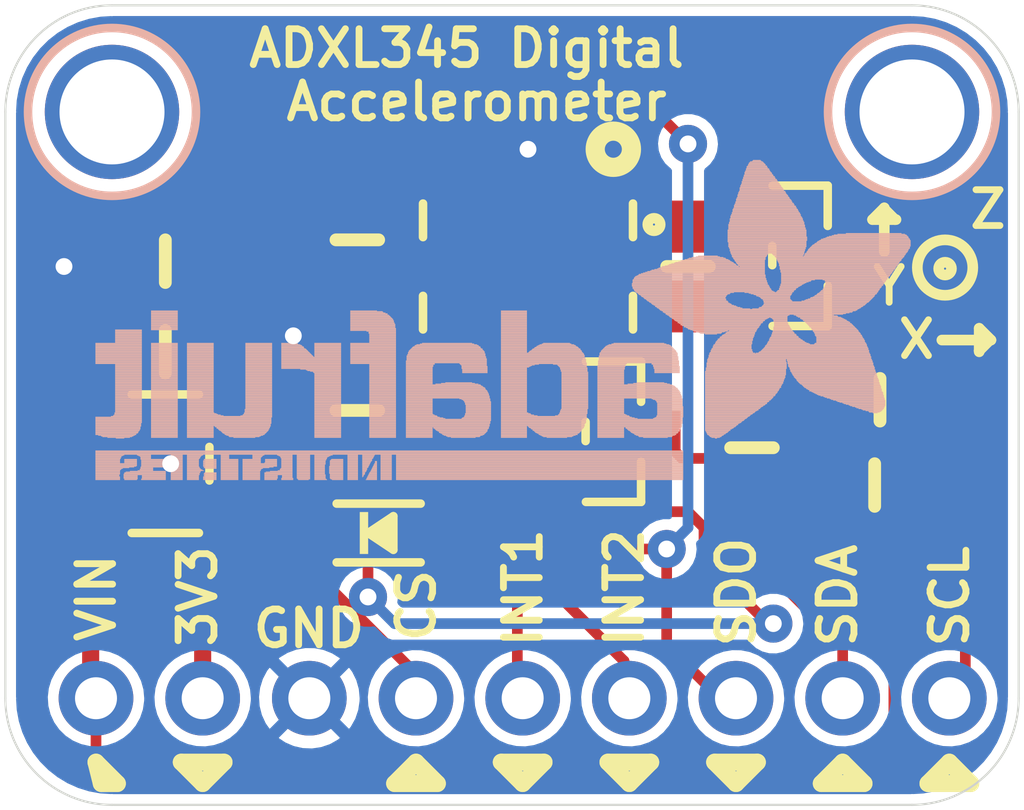
<source format=kicad_pcb>
(kicad_pcb (version 20211014) (generator pcbnew)
  (layers (0 "F.Cu" signal) (31 "B.Cu" signal) (34 "B.Paste" user) (35 "F.Paste" user) (36 "B.SilkS" user "B.Silkscreen") (37 "F.SilkS" user "F.Silkscreen") (38 "B.Mask" user) (39 "F.Mask" user) (44 "Edge.Cuts" user))
  (net 0 "")
  (net 1 "GND")
  (net 2 "CS_3V")
  (net 3 "INT1")
  (net 4 "INT2")
  (net 5 "SCL_3V")
  (net 6 "SDA/SDIO_3V")
  (net 7 "SDO/ADDR")
  (net 8 "3.3V")
  (net 9 "VIN")
  (net 10 "CS")
  (net 11 "SDA/SDIO")
  (net 12 "SCL")
  (footprint "boardEagle:1X09_ROUND_70" (layer "F.Cu") (at 148.7551 111.9886)
    (fp_text reference "JP1" hide)
    (fp_text value "" hide)
    (pad "1" thru_hole circle (at -10.16 0 90) (size 1.778 1.778) (drill 1) (layers *.Cu *.Mask) (net 9 "VIN"))
    (pad "2" thru_hole circle (at -7.62 0 90) (size 1.778 1.778) (drill 1) (layers *.Cu *.Mask) (net 8 "3.3V"))
    (pad "3" thru_hole circle (at -5.08 0 90) (size 1.778 1.778) (drill 1) (layers *.Cu *.Mask) (net 1 "GND"))
    (pad "4" thru_hole circle (at -2.54 0 90) (size 1.778 1.778) (drill 1) (layers *.Cu *.Mask) (net 10 "CS"))
    (pad "5" thru_hole circle (at 0 0 90) (size 1.778 1.778) (drill 1) (layers *.Cu *.Mask) (net 3 "INT1"))
    (pad "6" thru_hole circle (at 2.54 0 90) (size 1.778 1.778) (drill 1) (layers *.Cu *.Mask) (net 4 "INT2"))
    (pad "7" thru_hole circle (at 5.08 0 90) (size 1.778 1.778) (drill 1) (layers *.Cu *.Mask) (net 7 "SDO/ADDR"))
    (pad "8" thru_hole circle (at 7.62 0 90) (size 1.778 1.778) (drill 1) (layers *.Cu *.Mask) (net 11 "SDA/SDIO"))
    (pad "9" thru_hole circle (at 10.16 0 90) (size 1.778 1.778) (drill 1) (layers *.Cu *.Mask) (net 12 "SCL"))
  )
  (footprint "boardEagle:0805-NO" (layer "F.Cu") (at 144.8181 105.1306 -90)
    (fp_text reference "R2" hide)
    (fp_text value "10K" hide)
    (pad "1" smd rect (at -0.95 0 270) (size 1.24 1.5) (layers "F.Cu" "F.Paste" "F.Mask") (net 2 "CS_3V"))
    (pad "2" smd rect (at 0.95 0 270) (size 1.24 1.5) (layers "F.Cu" "F.Paste" "F.Mask") (net 8 "3.3V"))
  )
  (footprint "boardEagle:0805-NO" (layer "F.Cu") (at 140.2461 103.7336)
    (fp_text reference "C3" hide)
    (fp_text value "10µF" hide)
    (pad "1" smd rect (at -0.95 0) (size 1.24 1.5) (layers "F.Cu" "F.Paste" "F.Mask") (net 9 "VIN"))
    (pad "2" smd rect (at 0.95 0) (size 1.24 1.5) (layers "F.Cu" "F.Paste" "F.Mask") (net 1 "GND"))
  )
  (footprint "boardEagle:SOD-323_MINI" (layer "F.Cu") (at 145.3261 108.0516)
    (fp_text reference "D1" hide)
    (fp_text value "1N4148" hide)
    (pad "A" smd rect (at 1.07 0) (size 0.9 0.8) (layers "F.Cu" "F.Paste" "F.Mask") (net 2 "CS_3V"))
    (pad "C" smd rect (at -1.07 0) (size 0.9 0.8) (layers "F.Cu" "F.Paste" "F.Mask") (net 10 "CS"))
  )
  (footprint "boardEagle:FIDUCIAL_1MM" (layer "F.Cu") (at 141.5923 99.441)
    (fp_text reference "U$1" hide)
    (fp_text value "FIDUCIAL" hide)
    (pad "1" smd roundrect (at 0 0) (size 1 1) (layers "F.Cu") (roundrect_rratio 0.5))
  )
  (footprint "boardEagle:SOT23-5" (layer "F.Cu") (at 140.2461 106.4006 -90)
    (fp_text reference "U2" hide)
    (fp_text value "" hide)
    (pad "1" smd rect (at -0.95 1.3001 270) (size 0.55 1.2) (layers "F.Cu" "F.Paste" "F.Mask") (net 9 "VIN"))
    (pad "2" smd rect (at 0 1.3001 270) (size 0.55 1.2) (layers "F.Cu" "F.Paste" "F.Mask") (net 1 "GND"))
    (pad "3" smd rect (at 0.95 1.3001 270) (size 0.55 1.2) (layers "F.Cu" "F.Paste" "F.Mask") (net 9 "VIN"))
    (pad "4" smd rect (at 0.95 -1.3001 270) (size 0.55 1.2) (layers "F.Cu" "F.Paste" "F.Mask"))
    (pad "5" smd rect (at -0.95 -1.3001 270) (size 0.55 1.2) (layers "F.Cu" "F.Paste" "F.Mask") (net 8 "3.3V"))
  )
  (footprint "boardEagle:SOT23-WIDE" (layer "F.Cu") (at 150.9141 105.6386 -90)
    (fp_text reference "Q1" hide)
    (fp_text value "BSS138" hide)
    (pad "1" smd rect (at -0.95 1 270) (size 1 1.2) (layers "F.Cu" "F.Paste" "F.Mask") (net 8 "3.3V"))
    (pad "2" smd rect (at 0.95 1 270) (size 1 1.2) (layers "F.Cu" "F.Paste" "F.Mask") (net 6 "SDA/SDIO_3V"))
    (pad "3" smd rect (at 0 -1 270) (size 1 1.2) (layers "F.Cu" "F.Paste" "F.Mask") (net 11 "SDA/SDIO"))
  )
  (footprint "boardEagle:0805-NO" (layer "F.Cu") (at 152.6921 101.7016 90)
    (fp_text reference "R3" hide)
    (fp_text value "10K" hide)
    (pad "1" smd rect (at -0.95 0 90) (size 1.24 1.5) (layers "F.Cu" "F.Paste" "F.Mask") (net 6 "SDA/SDIO_3V"))
    (pad "2" smd rect (at 0.95 0 90) (size 1.24 1.5) (layers "F.Cu" "F.Paste" "F.Mask") (net 8 "3.3V"))
  )
  (footprint "boardEagle:0805-NO" (layer "F.Cu") (at 154.2161 106.0196 90)
    (fp_text reference "R5" hide)
    (fp_text value "10K" hide)
    (pad "1" smd rect (at -0.95 0 90) (size 1.24 1.5) (layers "F.Cu" "F.Paste" "F.Mask") (net 11 "SDA/SDIO"))
    (pad "2" smd rect (at 0.95 0 90) (size 1.24 1.5) (layers "F.Cu" "F.Paste" "F.Mask") (net 9 "VIN"))
  )
  (footprint "boardEagle:SOT23-WIDE" (layer "F.Cu") (at 155.3591 101.4476 -90)
    (fp_text reference "Q2" hide)
    (fp_text value "BSS138" hide)
    (pad "1" smd rect (at -0.95 1 270) (size 1 1.2) (layers "F.Cu" "F.Paste" "F.Mask") (net 8 "3.3V"))
    (pad "2" smd rect (at 0.95 1 270) (size 1 1.2) (layers "F.Cu" "F.Paste" "F.Mask") (net 5 "SCL_3V"))
    (pad "3" smd rect (at 0 -1 270) (size 1 1.2) (layers "F.Cu" "F.Paste" "F.Mask") (net 12 "SCL"))
  )
  (footprint "boardEagle:LGA14" (layer "F.Cu") (at 148.8821 101.7016)
    (fp_text reference "U1" hide)
    (fp_text value "" hide)
    (pad "1" smd rect (at 2 -1.1) (size 0.5 1.2) (layers "F.Cu" "F.Paste" "F.Mask") (net 8 "3.3V"))
    (pad "2" smd rect (at 1.2 -1.1 180) (size 0.5 1.2) (layers "F.Cu" "F.Paste" "F.Mask") (net 1 "GND"))
    (pad "3" smd rect (at 0.4 -1.1 180) (size 0.5 1.2) (layers "F.Cu" "F.Paste" "F.Mask"))
    (pad "4" smd rect (at -0.4 -1.1 180) (size 0.5 1.2) (layers "F.Cu" "F.Paste" "F.Mask") (net 1 "GND"))
    (pad "5" smd rect (at -1.2 -1.1 180) (size 0.5 1.2) (layers "F.Cu" "F.Paste" "F.Mask") (net 1 "GND"))
    (pad "6" smd rect (at -2 -1.1 180) (size 0.5 1.2) (layers "F.Cu" "F.Paste" "F.Mask") (net 8 "3.3V"))
    (pad "7" smd rect (at -2.1 0 270) (size 0.5 1.2) (layers "F.Cu" "F.Paste" "F.Mask") (net 2 "CS_3V"))
    (pad "8" smd rect (at -2 1.1 180) (size 0.5 1.2) (layers "F.Cu" "F.Paste" "F.Mask") (net 3 "INT1"))
    (pad "9" smd rect (at -1.2 1.1 180) (size 0.5 1.2) (layers "F.Cu" "F.Paste" "F.Mask") (net 4 "INT2"))
    (pad "10" smd rect (at -0.4 1.1) (size 0.5 1.2) (layers "F.Cu" "F.Paste" "F.Mask"))
    (pad "11" smd rect (at 0.4 1.1) (size 0.5 1.2) (layers "F.Cu" "F.Paste" "F.Mask"))
    (pad "12" smd rect (at 1.2 1.1) (size 0.5 1.2) (layers "F.Cu" "F.Paste" "F.Mask") (net 7 "SDO/ADDR"))
    (pad "13" smd rect (at 2 1.1) (size 0.5 1.2) (layers "F.Cu" "F.Paste" "F.Mask") (net 6 "SDA/SDIO_3V"))
    (pad "14" smd rect (at 2.1 0 90) (size 0.5 1.2) (layers "F.Cu" "F.Paste" "F.Mask") (net 5 "SCL_3V"))
  )
  (footprint "boardEagle:0805-NO" (layer "F.Cu") (at 140.2461 101.5746)
    (fp_text reference "R7" hide)
    (fp_text value "10K" hide)
    (pad "1" smd rect (at -0.95 0) (size 1.24 1.5) (layers "F.Cu" "F.Paste" "F.Mask") (net 1 "GND"))
    (pad "2" smd rect (at 0.95 0) (size 1.24 1.5) (layers "F.Cu" "F.Paste" "F.Mask") (net 7 "SDO/ADDR"))
  )
  (footprint "boardEagle:FIDUCIAL_1MM" (layer "F.Cu") (at 157.5181 109.0676)
    (fp_text reference "U$3" hide)
    (fp_text value "FIDUCIAL" hide)
    (pad "1" smd roundrect (at 0 0) (size 1 1) (layers "F.Cu") (roundrect_rratio 0.5))
  )
  (footprint "boardEagle:0805-NO" (layer "F.Cu") (at 144.8181 101.0666 -90)
    (fp_text reference "C1" hide)
    (fp_text value "0.1uF" hide)
    (pad "1" smd rect (at -0.95 0 270) (size 1.24 1.5) (layers "F.Cu" "F.Paste" "F.Mask") (net 8 "3.3V"))
    (pad "2" smd rect (at 0.95 0 270) (size 1.24 1.5) (layers "F.Cu" "F.Paste" "F.Mask") (net 1 "GND"))
  )
  (footprint "boardEagle:0805-NO" (layer "F.Cu") (at 157.2641 104.8766)
    (fp_text reference "R1" hide)
    (fp_text value "10K" hide)
    (pad "1" smd rect (at -0.95 0) (size 1.24 1.5) (layers "F.Cu" "F.Paste" "F.Mask") (net 5 "SCL_3V"))
    (pad "2" smd rect (at 0.95 0) (size 1.24 1.5) (layers "F.Cu" "F.Paste" "F.Mask") (net 8 "3.3V"))
  )
  (footprint "boardEagle:0805-NO" (layer "F.Cu") (at 157.1371 106.9086 180)
    (fp_text reference "R6" hide)
    (fp_text value "10K" hide)
    (pad "1" smd rect (at -0.95 0 180) (size 1.24 1.5) (layers "F.Cu" "F.Paste" "F.Mask") (net 12 "SCL"))
    (pad "2" smd rect (at 0.95 0 180) (size 1.24 1.5) (layers "F.Cu" "F.Paste" "F.Mask") (net 9 "VIN"))
  )
  (footprint "boardEagle:MOUNTINGHOLE_2.5_PLATED" (layer "B.Cu") (at 138.9761 98.0186 180)
    (fp_text reference "U$6" hide)
    (fp_text value "MOUNTINGHOLE2.5" hide)
    (pad "P$1" thru_hole circle (at 0 0 180) (size 3.2 3.2) (drill 2.5) (layers *.Cu *.Mask))
    (zone (net 0) (net_name "") (layer "B.Cu") (connect_pads (clearance 0)) (min_thickness 0.254)
      (keepout (tracks not_allowed) (vias not_allowed) (pads not_allowed) (copperpour not_allowed) (footprints allowed))
      (fill (thermal_gap 0.508) (thermal_bridge_width 0.508))
      (polygon (pts (xy 136.9601 98.0186) (xy 136.990728 97.668525) (xy 137.08168 97.329087) (xy 137.230193 97.0106) (xy 137.431754 96.72274) (xy 137.68024 96.474254) (xy 137.9681 96.272693) (xy 138.286587 96.12418) (xy 138.626025 96.033228) (xy 138.9761 96.0026) (xy 139.326175 96.033228) (xy 139.665613 96.12418) (xy 139.9841 96.272693) (xy 140.27196 96.474254) (xy 140.520446 96.72274) (xy 140.722007 97.0106) (xy 140.87052 97.329087) (xy 140.961472 97.668525) (xy 140.9921 98.0186) (xy 140.961472 98.368675) (xy 140.87052 98.708113) (xy 140.722007 99.0266) (xy 140.520446 99.31446) (xy 140.27196 99.562946) (xy 139.9841 99.764507) (xy 139.665613 99.91302) (xy 139.326175 100.003972) (xy 138.9761 100.0346) (xy 138.626025 100.003972) (xy 138.286587 99.91302) (xy 137.9681 99.764507) (xy 137.68024 99.562946) (xy 137.431754 99.31446) (xy 137.230193 99.0266) (xy 137.08168 98.708113) (xy 136.990728 98.368675)))
      (polygon (pts (xy 138.9921 98.0186) (xy 138.991857 98.021378) (xy 138.991135 98.024072) (xy 138.989956 98.0266) (xy 138.988357 98.028885) (xy 138.986385 98.030857) (xy 138.9841 98.032456) (xy 138.981572 98.033635) (xy 138.978878 98.034357) (xy 138.9761 98.0346) (xy 138.973322 98.034357) (xy 138.970628 98.033635) (xy 138.9681 98.032456) (xy 138.965815 98.030857) (xy 138.963843 98.028885) (xy 138.962244 98.0266) (xy 138.961065 98.024072) (xy 138.960343 98.021378) (xy 138.9601 98.0186) (xy 138.960343 98.015822) (xy 138.961065 98.013128) (xy 138.962244 98.0106) (xy 138.963843 98.008315) (xy 138.965815 98.006343) (xy 138.9681 98.004744) (xy 138.970628 98.003565) (xy 138.973322 98.002843) (xy 138.9761 98.0026) (xy 138.978878 98.002843) (xy 138.981572 98.003565) (xy 138.9841 98.004744) (xy 138.986385 98.006343) (xy 138.988357 98.008315) (xy 138.989956 98.0106) (xy 138.991135 98.013128) (xy 138.991857 98.015822)))
    )
  )
  (footprint "boardEagle:ADAFRUIT_TEXT_20MM" (layer "B.Cu") (at 158.1531 106.7816 180)
    (fp_text reference "U$7" hide)
    (fp_text value "" hide)
  )
  (footprint "boardEagle:MOUNTINGHOLE_2.5_PLATED" (layer "B.Cu") (at 158.0261 98.0186 180)
    (fp_text reference "U$4" hide)
    (fp_text value "MOUNTINGHOLE2.5" hide)
    (pad "P$1" thru_hole circle (at 0 0 180) (size 3.2 3.2) (drill 2.5) (layers *.Cu *.Mask))
    (zone (net 0) (net_name "") (layer "B.Cu") (connect_pads (clearance 0)) (min_thickness 0.254)
      (keepout (tracks not_allowed) (vias not_allowed) (pads not_allowed) (copperpour not_allowed) (footprints allowed))
      (fill (thermal_gap 0.508) (thermal_bridge_width 0.508))
      (polygon (pts (xy 156.0101 98.0186) (xy 156.040728 97.668525) (xy 156.13168 97.329087) (xy 156.280193 97.0106) (xy 156.481754 96.72274) (xy 156.73024 96.474254) (xy 157.0181 96.272693) (xy 157.336587 96.12418) (xy 157.676025 96.033228) (xy 158.0261 96.0026) (xy 158.376175 96.033228) (xy 158.715613 96.12418) (xy 159.0341 96.272693) (xy 159.32196 96.474254) (xy 159.570446 96.72274) (xy 159.772007 97.0106) (xy 159.92052 97.329087) (xy 160.011472 97.668525) (xy 160.0421 98.0186) (xy 160.011472 98.368675) (xy 159.92052 98.708113) (xy 159.772007 99.0266) (xy 159.570446 99.31446) (xy 159.32196 99.562946) (xy 159.0341 99.764507) (xy 158.715613 99.91302) (xy 158.376175 100.003972) (xy 158.0261 100.0346) (xy 157.676025 100.003972) (xy 157.336587 99.91302) (xy 157.0181 99.764507) (xy 156.73024 99.562946) (xy 156.481754 99.31446) (xy 156.280193 99.0266) (xy 156.13168 98.708113) (xy 156.040728 98.368675)))
      (polygon (pts (xy 158.0421 98.0186) (xy 158.041857 98.021378) (xy 158.041135 98.024072) (xy 158.039956 98.0266) (xy 158.038357 98.028885) (xy 158.036385 98.030857) (xy 158.0341 98.032456) (xy 158.031572 98.033635) (xy 158.028878 98.034357) (xy 158.0261 98.0346) (xy 158.023322 98.034357) (xy 158.020628 98.033635) (xy 158.0181 98.032456) (xy 158.015815 98.030857) (xy 158.013843 98.028885) (xy 158.012244 98.0266) (xy 158.011065 98.024072) (xy 158.010343 98.021378) (xy 158.0101 98.0186) (xy 158.010343 98.015822) (xy 158.011065 98.013128) (xy 158.012244 98.0106) (xy 158.013843 98.008315) (xy 158.015815 98.006343) (xy 158.0181 98.004744) (xy 158.020628 98.003565) (xy 158.023322 98.002843) (xy 158.0261 98.0026) (xy 158.028878 98.002843) (xy 158.031572 98.003565) (xy 158.0341 98.004744) (xy 158.036385 98.006343) (xy 158.038357 98.008315) (xy 158.039956 98.0106) (xy 158.041135 98.013128) (xy 158.041857 98.015822)))
    )
  )
  (gr_line (start 151.8031 113.5126) (end 151.2951 114.0206) (layer "F.SilkS") (width 0.4064))
  (gr_circle (center 150.9141 98.9076) (end 151.1173 98.9076) (layer "F.SilkS") (width 0.4572) (fill none))
  (gr_line (start 155.8671 114.0206) (end 156.8831 114.0206) (layer "F.SilkS") (width 0.4064))
  (gr_line (start 157.6197 100.584) (end 157.3657 100.33) (layer "F.SilkS") (width 0.254))
  (gr_line (start 159.9057 103.4542) (end 159.6263 103.1748) (layer "F.SilkS") (width 0.254))
  (gr_line (start 157.3657 100.3046) (end 157.0863 100.584) (layer "F.SilkS") (width 0.254))
  (gr_line (start 141.1351 114.0206) (end 140.6271 113.5126) (layer "F.SilkS") (width 0.4064))
  (gr_line (start 153.3271 113.5126) (end 154.3431 113.5126) (layer "F.SilkS") (width 0.4064))
  (gr_line (start 156.8831 114.0206) (end 156.3751 113.5126) (layer "F.SilkS") (width 0.4064))
  (gr_line (start 138.5951 113.5126) (end 138.7221 114.0206) (layer "F.SilkS") (width 0.4064))
  (gr_line (start 158.4071 114.0206) (end 159.4231 114.0206) (layer "F.SilkS") (width 0.4064))
  (gr_circle (center 158.8135 101.7524) (end 158.8389 101.7524) (layer "F.SilkS") (width 0.254) (fill none))
  (gr_line (start 140.6271 113.5126) (end 141.6431 113.5126) (layer "F.SilkS") (width 0.4064))
  (gr_line (start 157.3657 100.33) (end 157.3657 100.3046) (layer "F.SilkS") (width 0.254))
  (gr_line (start 146.2151 113.5126) (end 145.7071 114.0206) (layer "F.SilkS") (width 0.4064))
  (gr_line (start 158.9151 113.5126) (end 158.4071 114.0206) (layer "F.SilkS") (width 0.4064))
  (gr_line (start 148.2471 113.5126) (end 148.7551 114.0206) (layer "F.SilkS") (width 0.4064))
  (gr_circle (center 158.8135 101.727) (end 159.4739 101.727) (layer "F.SilkS") (width 0.254) (fill none))
  (gr_line (start 156.3751 113.5126) (end 155.8671 114.0206) (layer "F.SilkS") (width 0.4064))
  (gr_line (start 150.7871 113.5126) (end 151.8031 113.5126) (layer "F.SilkS") (width 0.4064))
  (gr_line (start 159.8803 103.4542) (end 159.9057 103.4542) (layer "F.SilkS") (width 0.254))
  (gr_line (start 138.7221 114.0206) (end 139.1031 114.0206) (layer "F.SilkS") (width 0.4064))
  (gr_line (start 149.2631 113.5126) (end 148.2471 113.5126) (layer "F.SilkS") (width 0.4064))
  (gr_line (start 153.8351 114.0206) (end 153.3271 113.5126) (layer "F.SilkS") (width 0.4064))
  (gr_line (start 151.2951 114.0206) (end 150.7871 113.5126) (layer "F.SilkS") (width 0.4064))
  (gr_line (start 148.7551 114.0206) (end 149.2631 113.5126) (layer "F.SilkS") (width 0.4064))
  (gr_line (start 146.7231 114.0206) (end 146.2151 113.5126) (layer "F.SilkS") (width 0.4064))
  (gr_line (start 159.6263 103.7082) (end 159.8803 103.4542) (layer "F.SilkS") (width 0.254))
  (gr_line (start 145.7071 114.0206) (end 146.7231 114.0206) (layer "F.SilkS") (width 0.4064))
  (gr_line (start 157.6451 100.584) (end 157.6197 100.584) (layer "F.SilkS") (width 0.254))
  (gr_line (start 159.6263 103.7336) (end 159.6263 103.7082) (layer "F.SilkS") (width 0.254))
  (gr_line (start 157.3657 101.346) (end 157.3657 100.33) (layer "F.SilkS") (width 0.254))
  (gr_line (start 159.4231 114.0206) (end 158.9151 113.5126) (layer "F.SilkS") (width 0.4064))
  (gr_line (start 139.1031 114.0206) (end 138.5951 113.5126) (layer "F.SilkS") (width 0.4064))
  (gr_line (start 158.7373 103.4542) (end 159.8803 103.4542) (layer "F.SilkS") (width 0.254))
  (gr_line (start 141.6431 113.5126) (end 141.1351 114.0206) (layer "F.SilkS") (width 0.4064))
  (gr_line (start 159.6263 103.1748) (end 159.6263 103.7082) (layer "F.SilkS") (width 0.254))
  (gr_line (start 154.3431 113.5126) (end 153.8351 114.0206) (layer "F.SilkS") (width 0.4064))
  (gr_line (start 157.0863 100.584) (end 157.6197 100.584) (layer "F.SilkS") (width 0.254))
  (gr_arc (start 138.9761 114.5286) (mid 137.180049 113.784651) (end 136.4361 111.9886) (layer "Edge.Cuts") (width 0.05))
  (gr_line (start 136.4361 111.9886) (end 136.4361 98.0186) (layer "Edge.Cuts") (width 0.05))
  (gr_arc (start 160.5661 111.9886) (mid 159.822151 113.784651) (end 158.0261 114.5286) (layer "Edge.Cuts") (width 0.05))
  (gr_arc (start 158.0261 95.4786) (mid 159.822151 96.222549) (end 160.5661 98.0186) (layer "Edge.Cuts") (width 0.05))
  (gr_line (start 158.0261 114.5286) (end 138.9761 114.5286) (layer "Edge.Cuts") (width 0.05))
  (gr_line (start 160.5661 98.0186) (end 160.5661 111.9886) (layer "Edge.Cuts") (width 0.05))
  (gr_line (start 138.9761 95.4786) (end 158.0261 95.4786) (layer "Edge.Cuts") (width 0.05))
  (gr_arc (start 136.4361 98.0186) (mid 137.180049 96.222549) (end 138.9761 95.4786) (layer "Edge.Cuts") (width 0.05))
  (gr_text "X" (at 157.6197 103.9368) (layer "F.SilkS") (effects (font (size 0.85344 0.85344) (thickness 0.16256)) (justify left bottom)))
  (gr_text "CS" (at 146.7231 110.7186 90) (layer "F.SilkS") (effects (font (size 0.85344 0.85344) (thickness 0.16256)) (justify left bottom)))
  (gr_text "SDA" (at 156.7561 110.8456 90) (layer "F.SilkS") (effects (font (size 0.85344 0.85344) (thickness 0.16256)) (justify left bottom)))
  (gr_text "GND" (at 145.0721 109.8296) (layer "F.SilkS") (effects (font (size 0.85344 0.85344) (thickness 0.16256)) (justify right top)))
  (gr_text "SCL" (at 159.4231 110.8456 90) (layer "F.SilkS") (effects (font (size 0.85344 0.85344) (thickness 0.16256)) (justify left bottom)))
  (gr_text "Y" (at 157.0101 102.6668) (layer "F.SilkS") (effects (font (size 0.85344 0.85344) (thickness 0.16256)) (justify left bottom)))
  (gr_text "3V3" (at 141.5161 110.8456 90) (layer "F.SilkS") (effects (font (size 0.85344 0.85344) (thickness 0.16256)) (justify left bottom)))
  (gr_text "SDO" (at 154.3431 110.8456 90) (layer "F.SilkS") (effects (font (size 0.85344 0.85344) (thickness 0.16256)) (justify left bottom)))
  (gr_text "VIN" (at 139.1031 110.7186 90) (layer "F.SilkS") (effects (font (size 0.85344 0.85344) (thickness 0.16256)) (justify left bottom)))
  (gr_text "INT2" (at 151.6761 110.8456 90) (layer "F.SilkS") (effects (font (size 0.85344 0.85344) (thickness 0.16256)) (justify left bottom)))
  (gr_text "ADXL345 Digital" (at 142.1511 97.0026) (layer "F.SilkS") (effects (font (size 0.85344 0.85344) (thickness 0.16256)) (justify left bottom)))
  (gr_text "Accelerometer" (at 143.0401 98.2726) (layer "F.SilkS") (effects (font (size 0.85344 0.85344) (thickness 0.16256)) (justify left bottom)))
  (gr_text "Z" (at 159.3215 100.838) (layer "F.SilkS") (effects (font (size 0.85344 0.85344) (thickness 0.16256)) (justify left bottom)))
  (gr_text "INT1" (at 149.2631 110.8456 90) (layer "F.SilkS") (effects (font (size 0.85344 0.85344) (thickness 0.16256)) (justify left bottom)))
  (segment (start 144.8181 102.0166) (end 144.6301 102.0166) (width 0.254) (layer "F.Cu") (net 1))
  (segment (start 150.082096 99.091597) (end 149.8981 98.9076) (width 0.254) (layer "F.Cu") (net 1))
  (segment (start 144.6301 102.0166) (end 143.2941 103.3526) (width 0.254) (layer "F.Cu") (net 1))
  (segment (start 149.8981 98.9076) (end 148.8821 98.9076) (width 0.254) (layer "F.Cu") (net 1))
  (segment (start 147.6821 100.6016) (end 147.6821 99.2186) (width 0.254) (layer "F.Cu") (net 1))
  (segment (start 139.6617 101.9402) (end 139.6617 102.111935) (width 0.4064) (layer "F.Cu") (net 1))
  (segment (start 147.9931 98.9076) (end 148.8821 98.9076) (width 0.254) (layer "F.Cu") (net 1))
  (segment (start 137.9601 101.5746) (end 137.8331 101.7016) (width 0.254) (layer "F.Cu") (net 1))
  (segment (start 140.5611 103.3526) (end 140.9421 103.7336) (width 0.254) (layer "F.Cu") (net 1))
  (segment (start 140.5611 103.152132) (end 140.5611 103.3526) (width 0.254) (layer "F.Cu") (net 1))
  (segment (start 148.4821 100.6016) (end 148.4821 99.3076) (width 0.254) (layer "F.Cu") (net 1))
  (segment (start 150.0821 100.6016) (end 150.082096 99.091597) (width 0.254) (layer "F.Cu") (net 1))
  (segment (start 140.5611 103.011338) (end 140.5611 103.3526) (width 0.4064) (layer "F.Cu") (net 1))
  (segment (start 141.1961 103.7336) (end 140.9421 103.7336) (width 0.254) (layer "F.Cu") (net 1))
  (segment (start 139.6617 102.111935) (end 140.5611 103.011338) (width 0.4064) (layer "F.Cu") (net 1))
  (segment (start 139.2961 101.5746) (end 139.6617 101.9402) (width 0.4064) (layer "F.Cu") (net 1))
  (segment (start 139.2961 101.5746) (end 137.9601 101.5746) (width 0.254) (layer "F.Cu") (net 1))
  (segment (start 147.6821 99.2186) (end 147.9931 98.9076) (width 0.254) (layer "F.Cu") (net 1))
  (segment (start 148.4821 99.3076) (end 148.8821 98.9076) (width 0.254) (layer "F.Cu") (net 1))
  (via (at 143.2941 103.3526) (size 0.908) (drill 0.4) (layers "F.Cu" "B.Cu") (net 1))
  (via (at 137.8331 101.7016) (size 0.908) (drill 0.4) (layers "F.Cu" "B.Cu") (net 1))
  (via (at 148.8821 98.9076) (size 0.908) (drill 0.4) (layers "F.Cu" "B.Cu") (net 1))
  (via (at 140.3731 106.4006) (size 0.908) (drill 0.4) (layers "F.Cu" "B.Cu") (net 1))
  (segment (start 137.8331 101.7016) (end 137.8331 103.2256) (width 0.254) (layer "B.Cu") (net 1))
  (segment (start 143.2941 103.3526) (end 143.2941 103.0986) (width 0.254) (layer "B.Cu") (net 1))
  (segment (start 146.0721 104.1306) (end 146.0881 104.1146) (width 0.254) (layer "F.Cu") (net 2))
  (segment (start 146.7821 101.7016) (end 146.6581 101.7016) (width 0.254) (layer "F.Cu") (net 2))
  (segment (start 146.0881 102.0826) (end 146.0881 104.1146) (width 0.254) (layer "F.Cu") (net 2))
  (segment (start 146.3961 108.0516) (end 146.5261 104.5846) (width 0.254) (layer "F.Cu") (net 2))
  (segment (start 146.6581 101.7016) (end 146.545059 101.625641) (width 0.254) (layer "F.Cu") (net 2))
  (segment (start 144.8181 104.1806) (end 146.0721 104.1306) (width 0.254) (layer "F.Cu") (net 2))
  (segment (start 146.5261 104.5846) (end 146.0721 104.1306) (width 0.254) (layer "F.Cu") (net 2))
  (segment (start 146.545059 101.625641) (end 146.0881 102.0826) (width 0.254) (layer "F.Cu") (net 2))
  (segment (start 146.8821 102.8016) (end 146.8821 103.5116) (width 0.254) (layer "F.Cu") (net 3))
  (segment (start 147.3581 103.9876) (end 146.8821 103.5116) (width 0.254) (layer "F.Cu") (net 3))
  (segment (start 147.3581 108.1786) (end 148.6281 109.4486) (width 0.254) (layer "F.Cu") (net 3))
  (segment (start 147.3581 108.1786) (end 147.3581 103.9876) (width 0.254) (layer "F.Cu") (net 3))
  (segment (start 148.6281 111.8616) (end 148.7551 111.9886) (width 0.254) (layer "F.Cu") (net 3))
  (segment (start 148.6281 109.4486) (end 148.6281 111.8616) (width 0.254) (layer "F.Cu") (net 3))
  (segment (start 151.1681 111.8616) (end 151.2951 111.9886) (width 0.254) (layer "F.Cu") (net 4))
  (segment (start 147.8661 107.7976) (end 151.1681 111.0996) (width 0.254) (layer "F.Cu") (net 4))
  (segment (start 147.8661 107.7976) (end 147.8661 103.4796) (width 0.254) (layer "F.Cu") (net 4))
  (segment (start 147.8661 103.4796) (end 147.682103 103.295604) (width 0.254) (layer "F.Cu") (net 4))
  (segment (start 147.6821 102.8016) (end 147.682103 103.295604) (width 0.254) (layer "F.Cu") (net 4))
  (segment (start 151.1681 111.0996) (end 151.1681 111.8616) (width 0.254) (layer "F.Cu") (net 4))
  (segment (start 150.9821 101.7016) (end 150.990378 101.693322) (width 0.254) (layer "F.Cu") (net 5))
  (segment (start 150.9821 101.7016) (end 153.8351 101.7016) (width 0.2032) (layer "F.Cu") (net 5))
  (segment (start 156.3141 103.9876) (end 155.1051 102.7786) (width 0.254) (layer "F.Cu") (net 5))
  (segment (start 156.3141 104.8766) (end 156.3141 103.9876) (width 0.254) (layer "F.Cu") (net 5))
  (segment (start 154.4701 102.2096) (end 154.4701 102.2866) (width 0.254) (layer "F.Cu") (net 5))
  (segment (start 154.3591 102.3976) (end 154.4451 102.3116) (width 0.254) (layer "F.Cu") (net 5))
  (segment (start 154.3591 102.3976) (end 155.1051 102.3976) (width 0.254) (layer "F.Cu") (net 5))
  (segment (start 155.1051 102.3976) (end 155.1051 102.7786) (width 0.254) (layer "F.Cu") (net 5))
  (segment (start 154.4451 102.3116) (end 154.4701 102.2866) (width 0.254) (layer "F.Cu") (net 5))
  (segment (start 153.8351 101.7016) (end 154.4451 102.3116) (width 0.2032) (layer "F.Cu") (net 5))
  (segment (start 152.390125 103.1006) (end 152.323506 102.8016) (width 0.254) (layer "F.Cu") (net 6))
  (segment (start 152.625921 102.717779) (end 152.6921 102.6516) (width 0.254) (layer "F.Cu") (net 6))
  (segment (start 152.625921 102.717779) (end 152.390125 103.1006) (width 0.254) (layer "F.Cu") (net 6))
  (segment (start 150.6601 106.4006) (end 150.1021 106.4006) (width 0.254) (layer "F.Cu") (net 6))
  (segment (start 150.8821 106.1786) (end 150.6601 106.4006) (width 0.254) (layer "F.Cu") (net 6))
  (segment (start 152.323506 102.8016) (end 150.8821 102.8016) (width 0.254) (layer "F.Cu") (net 6))
  (segment (start 150.1021 106.4006) (end 149.9141 106.5886) (width 0.254) (layer "F.Cu") (net 6))
  (segment (start 150.8821 102.8016) (end 150.8821 106.1786) (width 0.254) (layer "F.Cu") (net 6))
  (segment (start 148.3741 103.8606) (end 149.8981 103.8606) (width 0.254) (layer "F.Cu") (net 7))
  (segment (start 144.1831 98.6536) (end 145.4531 98.6536) (width 0.254) (layer "F.Cu") (net 7))
  (segment (start 148.3741 103.8606) (end 148.3741 107.5436) (width 0.254) (layer "F.Cu") (net 7))
  (segment (start 153.4541 111.9886) (end 152.1841 110.7186) (width 0.254) (layer "F.Cu") (net 7))
  (segment (start 144.1831 98.6536) (end 141.2621 101.5746) (width 0.254) (layer "F.Cu") (net 7))
  (segment (start 153.4541 111.9886) (end 153.8351 111.9886) (width 0.254) (layer "F.Cu") (net 7))
  (segment (start 145.4531 98.6536) (end 146.7231 97.3836) (width 0.254) (layer "F.Cu") (net 7))
  (segment (start 151.295103 97.383604) (end 152.692096 98.780597) (width 0.254) (layer "F.Cu") (net 7))
  (segment (start 146.7231 97.3836) (end 151.295103 97.383604) (width 0.254) (layer "F.Cu") (net 7))
  (segment (start 152.1841 108.4326) (end 149.2631 108.4326) (width 0.254) (layer "F.Cu") (net 7))
  (segment (start 150.0821 102.8016) (end 150.0251 102.4206) (width 0.254) (layer "F.Cu") (net 7))
  (segment (start 152.1841 108.4326) (end 152.1841 110.7186) (width 0.254) (layer "F.Cu") (net 7))
  (segment (start 149.2631 108.4326) (end 148.3741 107.5436) (width 0.254) (layer "F.Cu") (net 7))
  (segment (start 141.1961 101.5746) (end 141.2621 101.5746) (width 0.254) (layer "F.Cu") (net 7))
  (segment (start 150.0251 103.7336) (end 150.0251 102.4206) (width 0.254) (layer "F.Cu") (net 7))
  (segment (start 149.8981 103.8606) (end 150.0251 103.7336) (width 0.254) (layer "F.Cu") (net 7))
  (via (at 152.6921 98.7806) (size 0.908) (drill 0.4) (layers "F.Cu" "B.Cu") (net 7))
  (via (at 152.1841 108.4326) (size 0.908) (drill 0.4) (layers "F.Cu" "B.Cu") (net 7))
  (segment (start 152.6921 98.7806) (end 152.6921 107.9246) (width 0.254) (layer "B.Cu") (net 7))
  (segment (start 152.6921 107.9246) (end 152.1841 108.4326) (width 0.254) (layer "B.Cu") (net 7))
  (segment (start 142.9741 105.3236) (end 142.278103 105.3236) (width 0.4064) (layer "F.Cu") (net 8))
  (segment (start 146.8821 98.875604) (end 147.7391 98.0186) (width 0.254) (layer "F.Cu") (net 8))
  (segment (start 148.8821 107.2896) (end 149.1361 107.5436) (width 0.254) (layer "F.Cu") (net 8))
  (segment (start 153.0731 107.9246) (end 153.0731 108.6866) (width 0.254) (layer "F.Cu") (net 8))
  (segment (start 143.1671 106.0196) (end 143.1671 105.5166) (width 0.4064) (layer "F.Cu") (net 8))
  (segment (start 144.9701 100.3186) (end 144.7931 100.1416) (width 0.4064) (layer "F.Cu") (net 8))
  (segment (start 150.8821 100.6016) (end 152.6921 100.6016) (width 0.254) (layer "F.Cu") (net 8))
  (segment (start 150.9141 98.5266) (end 150.9141 100.1886) (width 0.254) (layer "F.Cu") (net 8))
  (segment (start 147.7391 98.0186) (end 150.4061 98.0186) (width 0.254) (layer "F.Cu") (net 8))
  (segment (start 152.5796 100.3601) (end 152.7046 100.4851) (width 0.4064) (layer "F.Cu") (net 8))
  (segment (start 141.1351 111.9886) (end 141.1351 110.0836) (width 0.4064) (layer "F.Cu") (net 8))
  (segment (start 146.8821 100.347597) (end 146.8821 98.875604) (width 0.254) (layer "F.Cu") (net 8))
  (segment (start 143.2781 106.1056) (end 143.1671 106.0196) (width 0.4064) (layer "F.Cu") (net 8))
  (segment (start 152.6921 100.7516) (end 152.6921 100.6016) (width 0.254) (layer "F.Cu") (net 8))
  (segment (start 144.7301 100.3046) (end 144.8431 100.1416) (width 0.4064) (layer "F.Cu") (net 8))
  (segment (start 144.8181 106.1056) (end 143.2781 106.1056) (width 0.4064) (layer "F.Cu") (net 8))
  (segment (start 150.9141 100.1886) (end 150.8821 100.6016) (width 0.254) (layer "F.Cu") (net 8))
  (segment (start 158.0871 104.7496) (end 158.2141 104.8766) (width 0.4064) (layer "F.Cu") (net 8))
  (segment (start 145.0721 106.3846) (end 144.8056 106.0931) (width 0.254) (layer "F.Cu") (net 8))
  (segment (start 146.7231 100.3436) (end 144.9701 100.3186) (width 0.4064) (layer "F.Cu") (net 8))
  (segment (start 149.1361 107.5436) (end 152.6921 107.5436) (width 0.254) (layer "F.Cu") (net 8))
  (segment (start 148.9431 104.6886) (end 148.8821 104.7496) (width 0.254) (layer "F.Cu") (net 8))
  (segment (start 158.0871 100.3706) (end 158.0871 104.7496) (width 0.4064) (layer "F.Cu") (net 8))
  (segment (start 143.1671 105.5166) (end 142.9741 105.3236) (width 0.4064) (layer "F.Cu") (net 8))
  (segment (start 141.5462 105.4506) (end 141.6732 105.3236) (width 0.4064) (layer "F.Cu") (net 8))
  (segment (start 154.5971 110.2106) (end 153.0731 108.6866) (width 0.254) (layer "F.Cu") (net 8))
  (segment (start 143.1671 108.0516) (end 143.1671 106.0196) (width 0.4064) (layer "F.Cu") (net 8))
  (segment (start 144.3101 100.3046) (end 142.2781 102.3366) (width 0.4064) (layer "F.Cu") (net 8))
  (segment (start 146.8821 100.6016) (end 146.814203 100.434704) (width 0.4064) (layer "F.Cu") (net 8))
  (segment (start 152.6921 107.5436) (end 153.0731 107.9246) (width 0.254) (layer "F.Cu") (net 8))
  (segment (start 152.692103 100.4726) (end 154.3091 100.4476) (width 0.4064) (layer "F.Cu") (net 8))
  (segment (start 154.3091 100.4476) (end 154.3591 100.4976) (width 0.4064) (layer "F.Cu") (net 8))
  (segment (start 142.2781 105.3236) (end 142.2781 102.3366) (width 0.4064) (layer "F.Cu") (net 8))
  (segment (start 142.2781 105.3236) (end 141.6732 105.3236) (width 0.4064) (layer "F.Cu") (net 8))
  (segment (start 154.3591 100.4976) (end 154.4861 100.3706) (width 0.4064) (layer "F.Cu") (net 8))
  (segment (start 154.5971 110.2106) (end 154.7241 110.2106) (width 0.254) (layer "F.Cu") (net 8))
  (segment (start 146.814203 100.434704) (end 146.814202 100.434704) (width 0.4064) (layer "F.Cu") (net 8))
  (segment (start 144.3101 100.3046) (end 144.7301 100.3046) (width 0.4064) (layer "F.Cu") (net 8))
  (segment (start 150.4061 98.0186) (end 150.9141 98.5266) (width 0.254) (layer "F.Cu") (net 8))
  (segment (start 145.0721 109.5756) (end 145.0721 106.3846) (width 0.254) (layer "F.Cu") (net 8))
  (segment (start 141.1351 110.0836) (end 143.1671 108.0516) (width 0.4064) (layer "F.Cu") (net 8))
  (segment (start 146.814202 100.434704) (end 146.7231 100.3436) (width 0.4064) (layer "F.Cu") (net 8))
  (segment (start 158.0871 100.3706) (end 154.4861 100.3706) (width 0.4064) (layer "F.Cu") (net 8))
  (segment (start 146.8781 100.3436) (end 146.7231 100.3436) (width 0.4064) (layer "F.Cu") (net 8))
  (segment (start 148.8821 104.7496) (end 148.8821 107.2896) (width 0.254) (layer "F.Cu") (net 8))
  (segment (start 149.9141 104.6886) (end 148.9431 104.6886) (width 0.254) (layer "F.Cu") (net 8))
  (via (at 145.0721 109.5756) (size 0.908) (drill 0.4) (layers "F.Cu" "B.Cu") (net 8))
  (via (at 154.7241 110.2106) (size 0.908) (drill 0.4) (layers "F.Cu" "B.Cu") (net 8))
  (segment (start 154.7241 110.2106) (end 145.7071 110.2106) (width 0.254) (layer "B.Cu") (net 8))
  (segment (start 145.7071 110.2106) (end 145.0721 109.5756) (width 0.254) (layer "B.Cu") (net 8))
  (segment (start 139.2961 103.7336) (end 138.946 104.0837) (width 0.4064) (layer "F.Cu") (net 9))
  (segment (start 138.4681 107.8285) (end 138.4681 111.8616) (width 0.4064) (layer "F.Cu") (net 9))
  (segment (start 156.1871 106.9086) (end 156.1871 109.376019) (width 0.254) (layer "F.Cu") (net 9))
  (segment (start 138.5951 111.9886) (end 138.4681 111.8616) (width 0.4064) (layer "F.Cu") (net 9))
  (segment (start 156.1871 109.376019) (end 157.5943 110.783219) (width 0.254) (layer "F.Cu") (net 9))
  (segment (start 138.4681 107.8285) (end 138.946 107.3506) (width 0.4064) (layer "F.Cu") (net 9))
  (segment (start 156.1871 106.9086) (end 154.3481 105.0696) (width 0.4064) (layer "F.Cu") (net 9))
  (segment (start 154.2161 105.0696) (end 154.3481 105.0696) (width 0.4064) (layer "F.Cu") (net 9))
  (segment (start 157.5943 110.783219) (end 157.5943 112.9284) (width 0.254) (layer "F.Cu") (net 9))
  (segment (start 137.7061 105.4506) (end 138.946 105.4506) (width 0.4064) (layer "F.Cu") (net 9))
  (segment (start 157.5943 112.9284) (end 156.8831 113.6396) (width 0.254) (layer "F.Cu") (net 9))
  (segment (start 137.7061 107.3506) (end 137.7061 105.4506) (width 0.4064) (layer "F.Cu") (net 9))
  (segment (start 156.8831 113.6396) (end 138.8491 113.6396) (width 0.254) (layer "F.Cu") (net 9))
  (segment (start 138.946 105.4506) (end 138.946 105.5417) (width 0.4064) (layer "F.Cu") (net 9))
  (segment (start 138.8491 113.6396) (end 138.5951 113.3856) (width 0.254) (layer "F.Cu") (net 9))
  (segment (start 138.5951 113.3856) (end 138.5951 111.9886) (width 0.254) (layer "F.Cu") (net 9))
  (segment (start 138.946 104.0837) (end 138.946 105.4506) (width 0.4064) (layer "F.Cu") (net 9))
  (segment (start 138.946 107.3506) (end 137.7061 107.3506) (width 0.4064) (layer "F.Cu") (net 9))
  (segment (start 144.2561 108.0516) (end 144.2561 109.4486) (width 0.254) (layer "F.Cu") (net 10))
  (segment (start 146.796093 111.988594) (end 146.2151 111.9886) (width 0.254) (layer "F.Cu") (net 10))
  (segment (start 146.796093 111.988594) (end 144.2561 109.4486) (width 0.254) (layer "F.Cu") (net 10))
  (segment (start 156.3751 110.7186) (end 156.3751 111.9886) (width 0.254) (layer "F.Cu") (net 11))
  (segment (start 153.5201 106.2736) (end 152.5491 106.2736) (width 0.254) (layer "F.Cu") (net 11))
  (segment (start 154.4861 108.8296) (end 156.3751 110.7186) (width 0.254) (layer "F.Cu") (net 11))
  (segment (start 151.9141 105.6386) (end 152.5491 106.2736) (width 0.254) (layer "F.Cu") (net 11))
  (segment (start 154.4861 107.2396) (end 154.4861 108.8296) (width 0.254) (layer "F.Cu") (net 11))
  (segment (start 153.5201 106.2736) (end 154.2161 106.9696) (width 0.254) (layer "F.Cu") (net 11))
  (segment (start 154.2161 106.9696) (end 154.4861 107.2396) (width 0.254) (layer "F.Cu") (net 11))
  (segment (start 159.2961 107.6706) (end 158.5341 106.9086) (width 0.254) (layer "F.Cu") (net 12))
  (segment (start 156.3591 101.4476) (end 156.7401 101.8286) (width 0.254) (layer "F.Cu") (net 12))
  (segment (start 158.0871 106.9086) (end 158.0871 106.6546) (width 0.254) (layer "F.Cu") (net 12))
  (segment (start 157.2641 101.8286) (end 157.2641 105.8316) (width 0.254) (layer "F.Cu") (net 12))
  (segment (start 158.9151 111.9886) (end 159.2961 111.6076) (width 0.254) (layer "F.Cu") (net 12))
  (segment (start 158.5341 106.9086) (end 158.0871 106.9086) (width 0.254) (layer "F.Cu") (net 12))
  (segment (start 159.2961 107.6706) (end 159.2961 111.6076) (width 0.254) (layer "F.Cu") (net 12))
  (segment (start 157.2641 101.8286) (end 156.7401 101.8286) (width 0.254) (layer "F.Cu") (net 12))
  (segment (start 158.0871 106.6546) (end 157.2641 105.8316) (width 0.254) (layer "F.Cu") (net 12))
  (zone (net 1) (net_name "GND") (layer "B.Cu") (priority 6) (connect_pads (clearance 0.254)) (min_thickness 0.127) (fill yes (thermal_gap 0.304) (thermal_bridge_width 0.304))
    (polygon (pts (xy 160.6931 114.6556) (xy 136.3091 114.6556) (xy 136.3091 95.3516) (xy 160.6931 95.3516)))
  )
)
</source>
